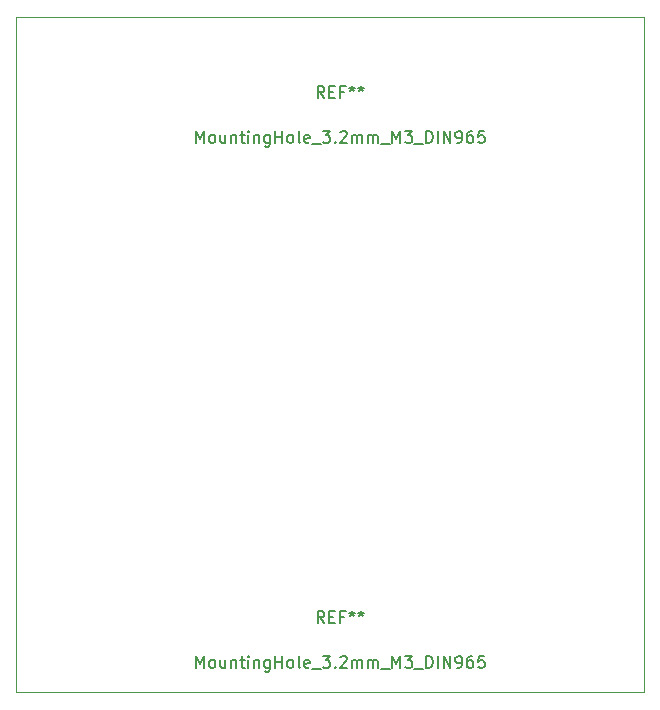
<source format=gbr>
%TF.GenerationSoftware,KiCad,Pcbnew,7.0.7*%
%TF.CreationDate,2023-09-12T23:19:34-05:00*%
%TF.ProjectId,Heater_North_DCT_HSK,48656174-6572-45f4-9e6f-7274685f4443,rev?*%
%TF.SameCoordinates,Original*%
%TF.FileFunction,AssemblyDrawing,Top*%
%FSLAX46Y46*%
G04 Gerber Fmt 4.6, Leading zero omitted, Abs format (unit mm)*
G04 Created by KiCad (PCBNEW 7.0.7) date 2023-09-12 23:19:34*
%MOMM*%
%LPD*%
G01*
G04 APERTURE LIST*
%ADD10C,0.150000*%
%TA.AperFunction,Profile*%
%ADD11C,0.100000*%
%TD*%
G04 APERTURE END LIST*
D10*
X105919524Y-57594819D02*
X105919524Y-56594819D01*
X105919524Y-56594819D02*
X106252857Y-57309104D01*
X106252857Y-57309104D02*
X106586190Y-56594819D01*
X106586190Y-56594819D02*
X106586190Y-57594819D01*
X107205238Y-57594819D02*
X107110000Y-57547200D01*
X107110000Y-57547200D02*
X107062381Y-57499580D01*
X107062381Y-57499580D02*
X107014762Y-57404342D01*
X107014762Y-57404342D02*
X107014762Y-57118628D01*
X107014762Y-57118628D02*
X107062381Y-57023390D01*
X107062381Y-57023390D02*
X107110000Y-56975771D01*
X107110000Y-56975771D02*
X107205238Y-56928152D01*
X107205238Y-56928152D02*
X107348095Y-56928152D01*
X107348095Y-56928152D02*
X107443333Y-56975771D01*
X107443333Y-56975771D02*
X107490952Y-57023390D01*
X107490952Y-57023390D02*
X107538571Y-57118628D01*
X107538571Y-57118628D02*
X107538571Y-57404342D01*
X107538571Y-57404342D02*
X107490952Y-57499580D01*
X107490952Y-57499580D02*
X107443333Y-57547200D01*
X107443333Y-57547200D02*
X107348095Y-57594819D01*
X107348095Y-57594819D02*
X107205238Y-57594819D01*
X108395714Y-56928152D02*
X108395714Y-57594819D01*
X107967143Y-56928152D02*
X107967143Y-57451961D01*
X107967143Y-57451961D02*
X108014762Y-57547200D01*
X108014762Y-57547200D02*
X108110000Y-57594819D01*
X108110000Y-57594819D02*
X108252857Y-57594819D01*
X108252857Y-57594819D02*
X108348095Y-57547200D01*
X108348095Y-57547200D02*
X108395714Y-57499580D01*
X108871905Y-56928152D02*
X108871905Y-57594819D01*
X108871905Y-57023390D02*
X108919524Y-56975771D01*
X108919524Y-56975771D02*
X109014762Y-56928152D01*
X109014762Y-56928152D02*
X109157619Y-56928152D01*
X109157619Y-56928152D02*
X109252857Y-56975771D01*
X109252857Y-56975771D02*
X109300476Y-57071009D01*
X109300476Y-57071009D02*
X109300476Y-57594819D01*
X109633810Y-56928152D02*
X110014762Y-56928152D01*
X109776667Y-56594819D02*
X109776667Y-57451961D01*
X109776667Y-57451961D02*
X109824286Y-57547200D01*
X109824286Y-57547200D02*
X109919524Y-57594819D01*
X109919524Y-57594819D02*
X110014762Y-57594819D01*
X110348096Y-57594819D02*
X110348096Y-56928152D01*
X110348096Y-56594819D02*
X110300477Y-56642438D01*
X110300477Y-56642438D02*
X110348096Y-56690057D01*
X110348096Y-56690057D02*
X110395715Y-56642438D01*
X110395715Y-56642438D02*
X110348096Y-56594819D01*
X110348096Y-56594819D02*
X110348096Y-56690057D01*
X110824286Y-56928152D02*
X110824286Y-57594819D01*
X110824286Y-57023390D02*
X110871905Y-56975771D01*
X110871905Y-56975771D02*
X110967143Y-56928152D01*
X110967143Y-56928152D02*
X111110000Y-56928152D01*
X111110000Y-56928152D02*
X111205238Y-56975771D01*
X111205238Y-56975771D02*
X111252857Y-57071009D01*
X111252857Y-57071009D02*
X111252857Y-57594819D01*
X112157619Y-56928152D02*
X112157619Y-57737676D01*
X112157619Y-57737676D02*
X112110000Y-57832914D01*
X112110000Y-57832914D02*
X112062381Y-57880533D01*
X112062381Y-57880533D02*
X111967143Y-57928152D01*
X111967143Y-57928152D02*
X111824286Y-57928152D01*
X111824286Y-57928152D02*
X111729048Y-57880533D01*
X112157619Y-57547200D02*
X112062381Y-57594819D01*
X112062381Y-57594819D02*
X111871905Y-57594819D01*
X111871905Y-57594819D02*
X111776667Y-57547200D01*
X111776667Y-57547200D02*
X111729048Y-57499580D01*
X111729048Y-57499580D02*
X111681429Y-57404342D01*
X111681429Y-57404342D02*
X111681429Y-57118628D01*
X111681429Y-57118628D02*
X111729048Y-57023390D01*
X111729048Y-57023390D02*
X111776667Y-56975771D01*
X111776667Y-56975771D02*
X111871905Y-56928152D01*
X111871905Y-56928152D02*
X112062381Y-56928152D01*
X112062381Y-56928152D02*
X112157619Y-56975771D01*
X112633810Y-57594819D02*
X112633810Y-56594819D01*
X112633810Y-57071009D02*
X113205238Y-57071009D01*
X113205238Y-57594819D02*
X113205238Y-56594819D01*
X113824286Y-57594819D02*
X113729048Y-57547200D01*
X113729048Y-57547200D02*
X113681429Y-57499580D01*
X113681429Y-57499580D02*
X113633810Y-57404342D01*
X113633810Y-57404342D02*
X113633810Y-57118628D01*
X113633810Y-57118628D02*
X113681429Y-57023390D01*
X113681429Y-57023390D02*
X113729048Y-56975771D01*
X113729048Y-56975771D02*
X113824286Y-56928152D01*
X113824286Y-56928152D02*
X113967143Y-56928152D01*
X113967143Y-56928152D02*
X114062381Y-56975771D01*
X114062381Y-56975771D02*
X114110000Y-57023390D01*
X114110000Y-57023390D02*
X114157619Y-57118628D01*
X114157619Y-57118628D02*
X114157619Y-57404342D01*
X114157619Y-57404342D02*
X114110000Y-57499580D01*
X114110000Y-57499580D02*
X114062381Y-57547200D01*
X114062381Y-57547200D02*
X113967143Y-57594819D01*
X113967143Y-57594819D02*
X113824286Y-57594819D01*
X114729048Y-57594819D02*
X114633810Y-57547200D01*
X114633810Y-57547200D02*
X114586191Y-57451961D01*
X114586191Y-57451961D02*
X114586191Y-56594819D01*
X115490953Y-57547200D02*
X115395715Y-57594819D01*
X115395715Y-57594819D02*
X115205239Y-57594819D01*
X115205239Y-57594819D02*
X115110001Y-57547200D01*
X115110001Y-57547200D02*
X115062382Y-57451961D01*
X115062382Y-57451961D02*
X115062382Y-57071009D01*
X115062382Y-57071009D02*
X115110001Y-56975771D01*
X115110001Y-56975771D02*
X115205239Y-56928152D01*
X115205239Y-56928152D02*
X115395715Y-56928152D01*
X115395715Y-56928152D02*
X115490953Y-56975771D01*
X115490953Y-56975771D02*
X115538572Y-57071009D01*
X115538572Y-57071009D02*
X115538572Y-57166247D01*
X115538572Y-57166247D02*
X115062382Y-57261485D01*
X115729049Y-57690057D02*
X116490953Y-57690057D01*
X116633811Y-56594819D02*
X117252858Y-56594819D01*
X117252858Y-56594819D02*
X116919525Y-56975771D01*
X116919525Y-56975771D02*
X117062382Y-56975771D01*
X117062382Y-56975771D02*
X117157620Y-57023390D01*
X117157620Y-57023390D02*
X117205239Y-57071009D01*
X117205239Y-57071009D02*
X117252858Y-57166247D01*
X117252858Y-57166247D02*
X117252858Y-57404342D01*
X117252858Y-57404342D02*
X117205239Y-57499580D01*
X117205239Y-57499580D02*
X117157620Y-57547200D01*
X117157620Y-57547200D02*
X117062382Y-57594819D01*
X117062382Y-57594819D02*
X116776668Y-57594819D01*
X116776668Y-57594819D02*
X116681430Y-57547200D01*
X116681430Y-57547200D02*
X116633811Y-57499580D01*
X117681430Y-57499580D02*
X117729049Y-57547200D01*
X117729049Y-57547200D02*
X117681430Y-57594819D01*
X117681430Y-57594819D02*
X117633811Y-57547200D01*
X117633811Y-57547200D02*
X117681430Y-57499580D01*
X117681430Y-57499580D02*
X117681430Y-57594819D01*
X118110001Y-56690057D02*
X118157620Y-56642438D01*
X118157620Y-56642438D02*
X118252858Y-56594819D01*
X118252858Y-56594819D02*
X118490953Y-56594819D01*
X118490953Y-56594819D02*
X118586191Y-56642438D01*
X118586191Y-56642438D02*
X118633810Y-56690057D01*
X118633810Y-56690057D02*
X118681429Y-56785295D01*
X118681429Y-56785295D02*
X118681429Y-56880533D01*
X118681429Y-56880533D02*
X118633810Y-57023390D01*
X118633810Y-57023390D02*
X118062382Y-57594819D01*
X118062382Y-57594819D02*
X118681429Y-57594819D01*
X119110001Y-57594819D02*
X119110001Y-56928152D01*
X119110001Y-57023390D02*
X119157620Y-56975771D01*
X119157620Y-56975771D02*
X119252858Y-56928152D01*
X119252858Y-56928152D02*
X119395715Y-56928152D01*
X119395715Y-56928152D02*
X119490953Y-56975771D01*
X119490953Y-56975771D02*
X119538572Y-57071009D01*
X119538572Y-57071009D02*
X119538572Y-57594819D01*
X119538572Y-57071009D02*
X119586191Y-56975771D01*
X119586191Y-56975771D02*
X119681429Y-56928152D01*
X119681429Y-56928152D02*
X119824286Y-56928152D01*
X119824286Y-56928152D02*
X119919525Y-56975771D01*
X119919525Y-56975771D02*
X119967144Y-57071009D01*
X119967144Y-57071009D02*
X119967144Y-57594819D01*
X120443334Y-57594819D02*
X120443334Y-56928152D01*
X120443334Y-57023390D02*
X120490953Y-56975771D01*
X120490953Y-56975771D02*
X120586191Y-56928152D01*
X120586191Y-56928152D02*
X120729048Y-56928152D01*
X120729048Y-56928152D02*
X120824286Y-56975771D01*
X120824286Y-56975771D02*
X120871905Y-57071009D01*
X120871905Y-57071009D02*
X120871905Y-57594819D01*
X120871905Y-57071009D02*
X120919524Y-56975771D01*
X120919524Y-56975771D02*
X121014762Y-56928152D01*
X121014762Y-56928152D02*
X121157619Y-56928152D01*
X121157619Y-56928152D02*
X121252858Y-56975771D01*
X121252858Y-56975771D02*
X121300477Y-57071009D01*
X121300477Y-57071009D02*
X121300477Y-57594819D01*
X121538572Y-57690057D02*
X122300476Y-57690057D01*
X122538572Y-57594819D02*
X122538572Y-56594819D01*
X122538572Y-56594819D02*
X122871905Y-57309104D01*
X122871905Y-57309104D02*
X123205238Y-56594819D01*
X123205238Y-56594819D02*
X123205238Y-57594819D01*
X123586191Y-56594819D02*
X124205238Y-56594819D01*
X124205238Y-56594819D02*
X123871905Y-56975771D01*
X123871905Y-56975771D02*
X124014762Y-56975771D01*
X124014762Y-56975771D02*
X124110000Y-57023390D01*
X124110000Y-57023390D02*
X124157619Y-57071009D01*
X124157619Y-57071009D02*
X124205238Y-57166247D01*
X124205238Y-57166247D02*
X124205238Y-57404342D01*
X124205238Y-57404342D02*
X124157619Y-57499580D01*
X124157619Y-57499580D02*
X124110000Y-57547200D01*
X124110000Y-57547200D02*
X124014762Y-57594819D01*
X124014762Y-57594819D02*
X123729048Y-57594819D01*
X123729048Y-57594819D02*
X123633810Y-57547200D01*
X123633810Y-57547200D02*
X123586191Y-57499580D01*
X124395715Y-57690057D02*
X125157619Y-57690057D01*
X125395715Y-57594819D02*
X125395715Y-56594819D01*
X125395715Y-56594819D02*
X125633810Y-56594819D01*
X125633810Y-56594819D02*
X125776667Y-56642438D01*
X125776667Y-56642438D02*
X125871905Y-56737676D01*
X125871905Y-56737676D02*
X125919524Y-56832914D01*
X125919524Y-56832914D02*
X125967143Y-57023390D01*
X125967143Y-57023390D02*
X125967143Y-57166247D01*
X125967143Y-57166247D02*
X125919524Y-57356723D01*
X125919524Y-57356723D02*
X125871905Y-57451961D01*
X125871905Y-57451961D02*
X125776667Y-57547200D01*
X125776667Y-57547200D02*
X125633810Y-57594819D01*
X125633810Y-57594819D02*
X125395715Y-57594819D01*
X126395715Y-57594819D02*
X126395715Y-56594819D01*
X126871905Y-57594819D02*
X126871905Y-56594819D01*
X126871905Y-56594819D02*
X127443333Y-57594819D01*
X127443333Y-57594819D02*
X127443333Y-56594819D01*
X127967143Y-57594819D02*
X128157619Y-57594819D01*
X128157619Y-57594819D02*
X128252857Y-57547200D01*
X128252857Y-57547200D02*
X128300476Y-57499580D01*
X128300476Y-57499580D02*
X128395714Y-57356723D01*
X128395714Y-57356723D02*
X128443333Y-57166247D01*
X128443333Y-57166247D02*
X128443333Y-56785295D01*
X128443333Y-56785295D02*
X128395714Y-56690057D01*
X128395714Y-56690057D02*
X128348095Y-56642438D01*
X128348095Y-56642438D02*
X128252857Y-56594819D01*
X128252857Y-56594819D02*
X128062381Y-56594819D01*
X128062381Y-56594819D02*
X127967143Y-56642438D01*
X127967143Y-56642438D02*
X127919524Y-56690057D01*
X127919524Y-56690057D02*
X127871905Y-56785295D01*
X127871905Y-56785295D02*
X127871905Y-57023390D01*
X127871905Y-57023390D02*
X127919524Y-57118628D01*
X127919524Y-57118628D02*
X127967143Y-57166247D01*
X127967143Y-57166247D02*
X128062381Y-57213866D01*
X128062381Y-57213866D02*
X128252857Y-57213866D01*
X128252857Y-57213866D02*
X128348095Y-57166247D01*
X128348095Y-57166247D02*
X128395714Y-57118628D01*
X128395714Y-57118628D02*
X128443333Y-57023390D01*
X129300476Y-56594819D02*
X129110000Y-56594819D01*
X129110000Y-56594819D02*
X129014762Y-56642438D01*
X129014762Y-56642438D02*
X128967143Y-56690057D01*
X128967143Y-56690057D02*
X128871905Y-56832914D01*
X128871905Y-56832914D02*
X128824286Y-57023390D01*
X128824286Y-57023390D02*
X128824286Y-57404342D01*
X128824286Y-57404342D02*
X128871905Y-57499580D01*
X128871905Y-57499580D02*
X128919524Y-57547200D01*
X128919524Y-57547200D02*
X129014762Y-57594819D01*
X129014762Y-57594819D02*
X129205238Y-57594819D01*
X129205238Y-57594819D02*
X129300476Y-57547200D01*
X129300476Y-57547200D02*
X129348095Y-57499580D01*
X129348095Y-57499580D02*
X129395714Y-57404342D01*
X129395714Y-57404342D02*
X129395714Y-57166247D01*
X129395714Y-57166247D02*
X129348095Y-57071009D01*
X129348095Y-57071009D02*
X129300476Y-57023390D01*
X129300476Y-57023390D02*
X129205238Y-56975771D01*
X129205238Y-56975771D02*
X129014762Y-56975771D01*
X129014762Y-56975771D02*
X128919524Y-57023390D01*
X128919524Y-57023390D02*
X128871905Y-57071009D01*
X128871905Y-57071009D02*
X128824286Y-57166247D01*
X130300476Y-56594819D02*
X129824286Y-56594819D01*
X129824286Y-56594819D02*
X129776667Y-57071009D01*
X129776667Y-57071009D02*
X129824286Y-57023390D01*
X129824286Y-57023390D02*
X129919524Y-56975771D01*
X129919524Y-56975771D02*
X130157619Y-56975771D01*
X130157619Y-56975771D02*
X130252857Y-57023390D01*
X130252857Y-57023390D02*
X130300476Y-57071009D01*
X130300476Y-57071009D02*
X130348095Y-57166247D01*
X130348095Y-57166247D02*
X130348095Y-57404342D01*
X130348095Y-57404342D02*
X130300476Y-57499580D01*
X130300476Y-57499580D02*
X130252857Y-57547200D01*
X130252857Y-57547200D02*
X130157619Y-57594819D01*
X130157619Y-57594819D02*
X129919524Y-57594819D01*
X129919524Y-57594819D02*
X129824286Y-57547200D01*
X129824286Y-57547200D02*
X129776667Y-57499580D01*
X116776666Y-53794819D02*
X116443333Y-53318628D01*
X116205238Y-53794819D02*
X116205238Y-52794819D01*
X116205238Y-52794819D02*
X116586190Y-52794819D01*
X116586190Y-52794819D02*
X116681428Y-52842438D01*
X116681428Y-52842438D02*
X116729047Y-52890057D01*
X116729047Y-52890057D02*
X116776666Y-52985295D01*
X116776666Y-52985295D02*
X116776666Y-53128152D01*
X116776666Y-53128152D02*
X116729047Y-53223390D01*
X116729047Y-53223390D02*
X116681428Y-53271009D01*
X116681428Y-53271009D02*
X116586190Y-53318628D01*
X116586190Y-53318628D02*
X116205238Y-53318628D01*
X117205238Y-53271009D02*
X117538571Y-53271009D01*
X117681428Y-53794819D02*
X117205238Y-53794819D01*
X117205238Y-53794819D02*
X117205238Y-52794819D01*
X117205238Y-52794819D02*
X117681428Y-52794819D01*
X118443333Y-53271009D02*
X118110000Y-53271009D01*
X118110000Y-53794819D02*
X118110000Y-52794819D01*
X118110000Y-52794819D02*
X118586190Y-52794819D01*
X119110000Y-52794819D02*
X119110000Y-53032914D01*
X118871905Y-52937676D02*
X119110000Y-53032914D01*
X119110000Y-53032914D02*
X119348095Y-52937676D01*
X118967143Y-53223390D02*
X119110000Y-53032914D01*
X119110000Y-53032914D02*
X119252857Y-53223390D01*
X119871905Y-52794819D02*
X119871905Y-53032914D01*
X119633810Y-52937676D02*
X119871905Y-53032914D01*
X119871905Y-53032914D02*
X120110000Y-52937676D01*
X119729048Y-53223390D02*
X119871905Y-53032914D01*
X119871905Y-53032914D02*
X120014762Y-53223390D01*
X105919524Y-102044819D02*
X105919524Y-101044819D01*
X105919524Y-101044819D02*
X106252857Y-101759104D01*
X106252857Y-101759104D02*
X106586190Y-101044819D01*
X106586190Y-101044819D02*
X106586190Y-102044819D01*
X107205238Y-102044819D02*
X107110000Y-101997200D01*
X107110000Y-101997200D02*
X107062381Y-101949580D01*
X107062381Y-101949580D02*
X107014762Y-101854342D01*
X107014762Y-101854342D02*
X107014762Y-101568628D01*
X107014762Y-101568628D02*
X107062381Y-101473390D01*
X107062381Y-101473390D02*
X107110000Y-101425771D01*
X107110000Y-101425771D02*
X107205238Y-101378152D01*
X107205238Y-101378152D02*
X107348095Y-101378152D01*
X107348095Y-101378152D02*
X107443333Y-101425771D01*
X107443333Y-101425771D02*
X107490952Y-101473390D01*
X107490952Y-101473390D02*
X107538571Y-101568628D01*
X107538571Y-101568628D02*
X107538571Y-101854342D01*
X107538571Y-101854342D02*
X107490952Y-101949580D01*
X107490952Y-101949580D02*
X107443333Y-101997200D01*
X107443333Y-101997200D02*
X107348095Y-102044819D01*
X107348095Y-102044819D02*
X107205238Y-102044819D01*
X108395714Y-101378152D02*
X108395714Y-102044819D01*
X107967143Y-101378152D02*
X107967143Y-101901961D01*
X107967143Y-101901961D02*
X108014762Y-101997200D01*
X108014762Y-101997200D02*
X108110000Y-102044819D01*
X108110000Y-102044819D02*
X108252857Y-102044819D01*
X108252857Y-102044819D02*
X108348095Y-101997200D01*
X108348095Y-101997200D02*
X108395714Y-101949580D01*
X108871905Y-101378152D02*
X108871905Y-102044819D01*
X108871905Y-101473390D02*
X108919524Y-101425771D01*
X108919524Y-101425771D02*
X109014762Y-101378152D01*
X109014762Y-101378152D02*
X109157619Y-101378152D01*
X109157619Y-101378152D02*
X109252857Y-101425771D01*
X109252857Y-101425771D02*
X109300476Y-101521009D01*
X109300476Y-101521009D02*
X109300476Y-102044819D01*
X109633810Y-101378152D02*
X110014762Y-101378152D01*
X109776667Y-101044819D02*
X109776667Y-101901961D01*
X109776667Y-101901961D02*
X109824286Y-101997200D01*
X109824286Y-101997200D02*
X109919524Y-102044819D01*
X109919524Y-102044819D02*
X110014762Y-102044819D01*
X110348096Y-102044819D02*
X110348096Y-101378152D01*
X110348096Y-101044819D02*
X110300477Y-101092438D01*
X110300477Y-101092438D02*
X110348096Y-101140057D01*
X110348096Y-101140057D02*
X110395715Y-101092438D01*
X110395715Y-101092438D02*
X110348096Y-101044819D01*
X110348096Y-101044819D02*
X110348096Y-101140057D01*
X110824286Y-101378152D02*
X110824286Y-102044819D01*
X110824286Y-101473390D02*
X110871905Y-101425771D01*
X110871905Y-101425771D02*
X110967143Y-101378152D01*
X110967143Y-101378152D02*
X111110000Y-101378152D01*
X111110000Y-101378152D02*
X111205238Y-101425771D01*
X111205238Y-101425771D02*
X111252857Y-101521009D01*
X111252857Y-101521009D02*
X111252857Y-102044819D01*
X112157619Y-101378152D02*
X112157619Y-102187676D01*
X112157619Y-102187676D02*
X112110000Y-102282914D01*
X112110000Y-102282914D02*
X112062381Y-102330533D01*
X112062381Y-102330533D02*
X111967143Y-102378152D01*
X111967143Y-102378152D02*
X111824286Y-102378152D01*
X111824286Y-102378152D02*
X111729048Y-102330533D01*
X112157619Y-101997200D02*
X112062381Y-102044819D01*
X112062381Y-102044819D02*
X111871905Y-102044819D01*
X111871905Y-102044819D02*
X111776667Y-101997200D01*
X111776667Y-101997200D02*
X111729048Y-101949580D01*
X111729048Y-101949580D02*
X111681429Y-101854342D01*
X111681429Y-101854342D02*
X111681429Y-101568628D01*
X111681429Y-101568628D02*
X111729048Y-101473390D01*
X111729048Y-101473390D02*
X111776667Y-101425771D01*
X111776667Y-101425771D02*
X111871905Y-101378152D01*
X111871905Y-101378152D02*
X112062381Y-101378152D01*
X112062381Y-101378152D02*
X112157619Y-101425771D01*
X112633810Y-102044819D02*
X112633810Y-101044819D01*
X112633810Y-101521009D02*
X113205238Y-101521009D01*
X113205238Y-102044819D02*
X113205238Y-101044819D01*
X113824286Y-102044819D02*
X113729048Y-101997200D01*
X113729048Y-101997200D02*
X113681429Y-101949580D01*
X113681429Y-101949580D02*
X113633810Y-101854342D01*
X113633810Y-101854342D02*
X113633810Y-101568628D01*
X113633810Y-101568628D02*
X113681429Y-101473390D01*
X113681429Y-101473390D02*
X113729048Y-101425771D01*
X113729048Y-101425771D02*
X113824286Y-101378152D01*
X113824286Y-101378152D02*
X113967143Y-101378152D01*
X113967143Y-101378152D02*
X114062381Y-101425771D01*
X114062381Y-101425771D02*
X114110000Y-101473390D01*
X114110000Y-101473390D02*
X114157619Y-101568628D01*
X114157619Y-101568628D02*
X114157619Y-101854342D01*
X114157619Y-101854342D02*
X114110000Y-101949580D01*
X114110000Y-101949580D02*
X114062381Y-101997200D01*
X114062381Y-101997200D02*
X113967143Y-102044819D01*
X113967143Y-102044819D02*
X113824286Y-102044819D01*
X114729048Y-102044819D02*
X114633810Y-101997200D01*
X114633810Y-101997200D02*
X114586191Y-101901961D01*
X114586191Y-101901961D02*
X114586191Y-101044819D01*
X115490953Y-101997200D02*
X115395715Y-102044819D01*
X115395715Y-102044819D02*
X115205239Y-102044819D01*
X115205239Y-102044819D02*
X115110001Y-101997200D01*
X115110001Y-101997200D02*
X115062382Y-101901961D01*
X115062382Y-101901961D02*
X115062382Y-101521009D01*
X115062382Y-101521009D02*
X115110001Y-101425771D01*
X115110001Y-101425771D02*
X115205239Y-101378152D01*
X115205239Y-101378152D02*
X115395715Y-101378152D01*
X115395715Y-101378152D02*
X115490953Y-101425771D01*
X115490953Y-101425771D02*
X115538572Y-101521009D01*
X115538572Y-101521009D02*
X115538572Y-101616247D01*
X115538572Y-101616247D02*
X115062382Y-101711485D01*
X115729049Y-102140057D02*
X116490953Y-102140057D01*
X116633811Y-101044819D02*
X117252858Y-101044819D01*
X117252858Y-101044819D02*
X116919525Y-101425771D01*
X116919525Y-101425771D02*
X117062382Y-101425771D01*
X117062382Y-101425771D02*
X117157620Y-101473390D01*
X117157620Y-101473390D02*
X117205239Y-101521009D01*
X117205239Y-101521009D02*
X117252858Y-101616247D01*
X117252858Y-101616247D02*
X117252858Y-101854342D01*
X117252858Y-101854342D02*
X117205239Y-101949580D01*
X117205239Y-101949580D02*
X117157620Y-101997200D01*
X117157620Y-101997200D02*
X117062382Y-102044819D01*
X117062382Y-102044819D02*
X116776668Y-102044819D01*
X116776668Y-102044819D02*
X116681430Y-101997200D01*
X116681430Y-101997200D02*
X116633811Y-101949580D01*
X117681430Y-101949580D02*
X117729049Y-101997200D01*
X117729049Y-101997200D02*
X117681430Y-102044819D01*
X117681430Y-102044819D02*
X117633811Y-101997200D01*
X117633811Y-101997200D02*
X117681430Y-101949580D01*
X117681430Y-101949580D02*
X117681430Y-102044819D01*
X118110001Y-101140057D02*
X118157620Y-101092438D01*
X118157620Y-101092438D02*
X118252858Y-101044819D01*
X118252858Y-101044819D02*
X118490953Y-101044819D01*
X118490953Y-101044819D02*
X118586191Y-101092438D01*
X118586191Y-101092438D02*
X118633810Y-101140057D01*
X118633810Y-101140057D02*
X118681429Y-101235295D01*
X118681429Y-101235295D02*
X118681429Y-101330533D01*
X118681429Y-101330533D02*
X118633810Y-101473390D01*
X118633810Y-101473390D02*
X118062382Y-102044819D01*
X118062382Y-102044819D02*
X118681429Y-102044819D01*
X119110001Y-102044819D02*
X119110001Y-101378152D01*
X119110001Y-101473390D02*
X119157620Y-101425771D01*
X119157620Y-101425771D02*
X119252858Y-101378152D01*
X119252858Y-101378152D02*
X119395715Y-101378152D01*
X119395715Y-101378152D02*
X119490953Y-101425771D01*
X119490953Y-101425771D02*
X119538572Y-101521009D01*
X119538572Y-101521009D02*
X119538572Y-102044819D01*
X119538572Y-101521009D02*
X119586191Y-101425771D01*
X119586191Y-101425771D02*
X119681429Y-101378152D01*
X119681429Y-101378152D02*
X119824286Y-101378152D01*
X119824286Y-101378152D02*
X119919525Y-101425771D01*
X119919525Y-101425771D02*
X119967144Y-101521009D01*
X119967144Y-101521009D02*
X119967144Y-102044819D01*
X120443334Y-102044819D02*
X120443334Y-101378152D01*
X120443334Y-101473390D02*
X120490953Y-101425771D01*
X120490953Y-101425771D02*
X120586191Y-101378152D01*
X120586191Y-101378152D02*
X120729048Y-101378152D01*
X120729048Y-101378152D02*
X120824286Y-101425771D01*
X120824286Y-101425771D02*
X120871905Y-101521009D01*
X120871905Y-101521009D02*
X120871905Y-102044819D01*
X120871905Y-101521009D02*
X120919524Y-101425771D01*
X120919524Y-101425771D02*
X121014762Y-101378152D01*
X121014762Y-101378152D02*
X121157619Y-101378152D01*
X121157619Y-101378152D02*
X121252858Y-101425771D01*
X121252858Y-101425771D02*
X121300477Y-101521009D01*
X121300477Y-101521009D02*
X121300477Y-102044819D01*
X121538572Y-102140057D02*
X122300476Y-102140057D01*
X122538572Y-102044819D02*
X122538572Y-101044819D01*
X122538572Y-101044819D02*
X122871905Y-101759104D01*
X122871905Y-101759104D02*
X123205238Y-101044819D01*
X123205238Y-101044819D02*
X123205238Y-102044819D01*
X123586191Y-101044819D02*
X124205238Y-101044819D01*
X124205238Y-101044819D02*
X123871905Y-101425771D01*
X123871905Y-101425771D02*
X124014762Y-101425771D01*
X124014762Y-101425771D02*
X124110000Y-101473390D01*
X124110000Y-101473390D02*
X124157619Y-101521009D01*
X124157619Y-101521009D02*
X124205238Y-101616247D01*
X124205238Y-101616247D02*
X124205238Y-101854342D01*
X124205238Y-101854342D02*
X124157619Y-101949580D01*
X124157619Y-101949580D02*
X124110000Y-101997200D01*
X124110000Y-101997200D02*
X124014762Y-102044819D01*
X124014762Y-102044819D02*
X123729048Y-102044819D01*
X123729048Y-102044819D02*
X123633810Y-101997200D01*
X123633810Y-101997200D02*
X123586191Y-101949580D01*
X124395715Y-102140057D02*
X125157619Y-102140057D01*
X125395715Y-102044819D02*
X125395715Y-101044819D01*
X125395715Y-101044819D02*
X125633810Y-101044819D01*
X125633810Y-101044819D02*
X125776667Y-101092438D01*
X125776667Y-101092438D02*
X125871905Y-101187676D01*
X125871905Y-101187676D02*
X125919524Y-101282914D01*
X125919524Y-101282914D02*
X125967143Y-101473390D01*
X125967143Y-101473390D02*
X125967143Y-101616247D01*
X125967143Y-101616247D02*
X125919524Y-101806723D01*
X125919524Y-101806723D02*
X125871905Y-101901961D01*
X125871905Y-101901961D02*
X125776667Y-101997200D01*
X125776667Y-101997200D02*
X125633810Y-102044819D01*
X125633810Y-102044819D02*
X125395715Y-102044819D01*
X126395715Y-102044819D02*
X126395715Y-101044819D01*
X126871905Y-102044819D02*
X126871905Y-101044819D01*
X126871905Y-101044819D02*
X127443333Y-102044819D01*
X127443333Y-102044819D02*
X127443333Y-101044819D01*
X127967143Y-102044819D02*
X128157619Y-102044819D01*
X128157619Y-102044819D02*
X128252857Y-101997200D01*
X128252857Y-101997200D02*
X128300476Y-101949580D01*
X128300476Y-101949580D02*
X128395714Y-101806723D01*
X128395714Y-101806723D02*
X128443333Y-101616247D01*
X128443333Y-101616247D02*
X128443333Y-101235295D01*
X128443333Y-101235295D02*
X128395714Y-101140057D01*
X128395714Y-101140057D02*
X128348095Y-101092438D01*
X128348095Y-101092438D02*
X128252857Y-101044819D01*
X128252857Y-101044819D02*
X128062381Y-101044819D01*
X128062381Y-101044819D02*
X127967143Y-101092438D01*
X127967143Y-101092438D02*
X127919524Y-101140057D01*
X127919524Y-101140057D02*
X127871905Y-101235295D01*
X127871905Y-101235295D02*
X127871905Y-101473390D01*
X127871905Y-101473390D02*
X127919524Y-101568628D01*
X127919524Y-101568628D02*
X127967143Y-101616247D01*
X127967143Y-101616247D02*
X128062381Y-101663866D01*
X128062381Y-101663866D02*
X128252857Y-101663866D01*
X128252857Y-101663866D02*
X128348095Y-101616247D01*
X128348095Y-101616247D02*
X128395714Y-101568628D01*
X128395714Y-101568628D02*
X128443333Y-101473390D01*
X129300476Y-101044819D02*
X129110000Y-101044819D01*
X129110000Y-101044819D02*
X129014762Y-101092438D01*
X129014762Y-101092438D02*
X128967143Y-101140057D01*
X128967143Y-101140057D02*
X128871905Y-101282914D01*
X128871905Y-101282914D02*
X128824286Y-101473390D01*
X128824286Y-101473390D02*
X128824286Y-101854342D01*
X128824286Y-101854342D02*
X128871905Y-101949580D01*
X128871905Y-101949580D02*
X128919524Y-101997200D01*
X128919524Y-101997200D02*
X129014762Y-102044819D01*
X129014762Y-102044819D02*
X129205238Y-102044819D01*
X129205238Y-102044819D02*
X129300476Y-101997200D01*
X129300476Y-101997200D02*
X129348095Y-101949580D01*
X129348095Y-101949580D02*
X129395714Y-101854342D01*
X129395714Y-101854342D02*
X129395714Y-101616247D01*
X129395714Y-101616247D02*
X129348095Y-101521009D01*
X129348095Y-101521009D02*
X129300476Y-101473390D01*
X129300476Y-101473390D02*
X129205238Y-101425771D01*
X129205238Y-101425771D02*
X129014762Y-101425771D01*
X129014762Y-101425771D02*
X128919524Y-101473390D01*
X128919524Y-101473390D02*
X128871905Y-101521009D01*
X128871905Y-101521009D02*
X128824286Y-101616247D01*
X130300476Y-101044819D02*
X129824286Y-101044819D01*
X129824286Y-101044819D02*
X129776667Y-101521009D01*
X129776667Y-101521009D02*
X129824286Y-101473390D01*
X129824286Y-101473390D02*
X129919524Y-101425771D01*
X129919524Y-101425771D02*
X130157619Y-101425771D01*
X130157619Y-101425771D02*
X130252857Y-101473390D01*
X130252857Y-101473390D02*
X130300476Y-101521009D01*
X130300476Y-101521009D02*
X130348095Y-101616247D01*
X130348095Y-101616247D02*
X130348095Y-101854342D01*
X130348095Y-101854342D02*
X130300476Y-101949580D01*
X130300476Y-101949580D02*
X130252857Y-101997200D01*
X130252857Y-101997200D02*
X130157619Y-102044819D01*
X130157619Y-102044819D02*
X129919524Y-102044819D01*
X129919524Y-102044819D02*
X129824286Y-101997200D01*
X129824286Y-101997200D02*
X129776667Y-101949580D01*
X116776666Y-98244819D02*
X116443333Y-97768628D01*
X116205238Y-98244819D02*
X116205238Y-97244819D01*
X116205238Y-97244819D02*
X116586190Y-97244819D01*
X116586190Y-97244819D02*
X116681428Y-97292438D01*
X116681428Y-97292438D02*
X116729047Y-97340057D01*
X116729047Y-97340057D02*
X116776666Y-97435295D01*
X116776666Y-97435295D02*
X116776666Y-97578152D01*
X116776666Y-97578152D02*
X116729047Y-97673390D01*
X116729047Y-97673390D02*
X116681428Y-97721009D01*
X116681428Y-97721009D02*
X116586190Y-97768628D01*
X116586190Y-97768628D02*
X116205238Y-97768628D01*
X117205238Y-97721009D02*
X117538571Y-97721009D01*
X117681428Y-98244819D02*
X117205238Y-98244819D01*
X117205238Y-98244819D02*
X117205238Y-97244819D01*
X117205238Y-97244819D02*
X117681428Y-97244819D01*
X118443333Y-97721009D02*
X118110000Y-97721009D01*
X118110000Y-98244819D02*
X118110000Y-97244819D01*
X118110000Y-97244819D02*
X118586190Y-97244819D01*
X119110000Y-97244819D02*
X119110000Y-97482914D01*
X118871905Y-97387676D02*
X119110000Y-97482914D01*
X119110000Y-97482914D02*
X119348095Y-97387676D01*
X118967143Y-97673390D02*
X119110000Y-97482914D01*
X119110000Y-97482914D02*
X119252857Y-97673390D01*
X119871905Y-97244819D02*
X119871905Y-97482914D01*
X119633810Y-97387676D02*
X119871905Y-97482914D01*
X119871905Y-97482914D02*
X120110000Y-97387676D01*
X119729048Y-97673390D02*
X119871905Y-97482914D01*
X119871905Y-97482914D02*
X120014762Y-97673390D01*
D11*
X90690200Y-46990000D02*
X143830200Y-46990000D01*
X143830200Y-104140000D01*
X90690200Y-104140000D01*
X90690200Y-46990000D01*
M02*

</source>
